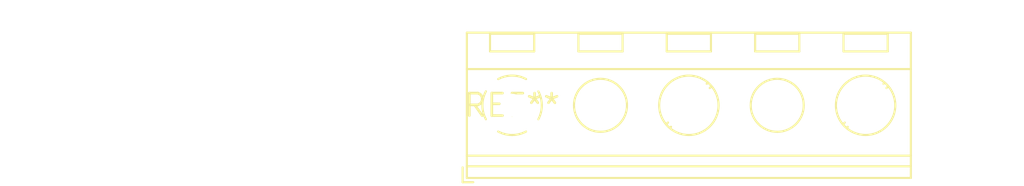
<source format=kicad_pcb>
(kicad_pcb (version 20240108) (generator pcbnew)
  (layers (0 "F.Cu" signal) (31 "B.Cu" signal) (34 "B.Paste" user) (35 "F.Paste" user) (36 "B.SilkS" user "B.Silkscreen") (37 "F.SilkS" user "F.Silkscreen") (38 "B.Mask" user) (39 "F.Mask" user) (44 "Edge.Cuts" user))
  (net 0 "")
  (footprint "TerminalBlock_RND_205-00299_1x03_P10.00mm_Horizontal" (layer "F.Cu") (at 0 0)
    (property "Reference" "REF**")
    (property "Value" "TerminalBlock_RND_205-00299_1x03_P10.00mm_Horizontal")
    (fp_line (start -2.8 3.51) (end -2.8 4.35) (layer "F.SilkS") (stroke (width 0.12)))
    (fp_line (start -2.8 4.35) (end -2.2 4.35) (layer "F.SilkS") (stroke (width 0.12)))
    (fp_line (start -2.56 -4.11) (end -2.56 4.11) (layer "F.SilkS") (stroke (width 0.12)))
    (fp_line (start -2.56 -4.11) (end 22.56 -4.11) (layer "F.SilkS") (stroke (width 0.12)))
    (fp_line (start -2.56 -2.05) (end 22.56 -2.05) (layer "F.SilkS") (stroke (width 0.12)))
    (fp_line (start -2.56 2.85) (end 22.56 2.85) (layer "F.SilkS") (stroke (width 0.12)))
    (fp_line (start -2.56 3.45) (end 22.56 3.45) (layer "F.SilkS") (stroke (width 0.12)))
    (fp_line (start -2.56 4.11) (end 22.56 4.11) (layer "F.SilkS") (stroke (width 0.12)))
    (fp_line (start -1.25 -4.05) (end -1.25 -3.05) (layer "F.SilkS") (stroke (width 0.12)))
    (fp_line (start -1.25 -4.05) (end 1.25 -4.05) (layer "F.SilkS") (stroke (width 0.12)))
    (fp_line (start -1.25 -3.05) (end 1.25 -3.05) (layer "F.SilkS") (stroke (width 0.12)))
    (fp_line (start 1.25 -4.05) (end 1.25 -3.05) (layer "F.SilkS") (stroke (width 0.12)))
    (fp_line (start 3.75 -4.05) (end 3.75 -3.05) (layer "F.SilkS") (stroke (width 0.12)))
    (fp_line (start 3.75 -4.05) (end 6.25 -4.05) (layer "F.SilkS") (stroke (width 0.12)))
    (fp_line (start 3.75 -3.05) (end 6.25 -3.05) (layer "F.SilkS") (stroke (width 0.12)))
    (fp_line (start 6.25 -4.05) (end 6.25 -3.05) (layer "F.SilkS") (stroke (width 0.12)))
    (fp_line (start 8.75 -4.05) (end 8.75 -3.05) (layer "F.SilkS") (stroke (width 0.12)))
    (fp_line (start 8.75 -4.05) (end 11.25 -4.05) (layer "F.SilkS") (stroke (width 0.12)))
    (fp_line (start 8.75 -3.05) (end 11.25 -3.05) (layer "F.SilkS") (stroke (width 0.12)))
    (fp_line (start 8.82 0.976) (end 8.726 1.069) (layer "F.SilkS") (stroke (width 0.12)))
    (fp_line (start 8.99 1.216) (end 8.931 1.274) (layer "F.SilkS") (stroke (width 0.12)))
    (fp_line (start 11.07 -1.275) (end 11.011 -1.216) (layer "F.SilkS") (stroke (width 0.12)))
    (fp_line (start 11.25 -4.05) (end 11.25 -3.05) (layer "F.SilkS") (stroke (width 0.12)))
    (fp_line (start 11.275 -1.069) (end 11.181 -0.976) (layer "F.SilkS") (stroke (width 0.12)))
    (fp_line (start 13.75 -4.05) (end 13.75 -3.05) (layer "F.SilkS") (stroke (width 0.12)))
    (fp_line (start 13.75 -4.05) (end 16.25 -4.05) (layer "F.SilkS") (stroke (width 0.12)))
    (fp_line (start 13.75 -3.05) (end 16.25 -3.05) (layer "F.SilkS") (stroke (width 0.12)))
    (fp_line (start 16.25 -4.05) (end 16.25 -3.05) (layer "F.SilkS") (stroke (width 0.12)))
    (fp_line (start 18.75 -4.05) (end 18.75 -3.05) (layer "F.SilkS") (stroke (width 0.12)))
    (fp_line (start 18.75 -4.05) (end 21.25 -4.05) (layer "F.SilkS") (stroke (width 0.12)))
    (fp_line (start 18.75 -3.05) (end 21.25 -3.05) (layer "F.SilkS") (stroke (width 0.12)))
    (fp_line (start 18.82 0.976) (end 18.726 1.069) (layer "F.SilkS") (stroke (width 0.12)))
    (fp_line (start 18.99 1.216) (end 18.931 1.274) (layer "F.SilkS") (stroke (width 0.12)))
    (fp_line (start 21.07 -1.275) (end 21.011 -1.216) (layer "F.SilkS") (stroke (width 0.12)))
    (fp_line (start 21.25 -4.05) (end 21.25 -3.05) (layer "F.SilkS") (stroke (width 0.12)))
    (fp_line (start 21.275 -1.069) (end 21.181 -0.976) (layer "F.SilkS") (stroke (width 0.12)))
    (fp_line (start 22.56 -4.11) (end 22.56 4.11) (layer "F.SilkS") (stroke (width 0.12)))
    (fp_arc (start -1.483953 0.789089) (mid -1.680708 5e-05) (end -1.484 -0.789) (layer "F.SilkS") (stroke (width 0.12)))
    (fp_arc (start -0.789089 -1.483953) (mid -5e-05 -1.680708) (end 0.789 -1.484) (layer "F.SilkS") (stroke (width 0.12)))
    (fp_arc (start 0.029383 1.68045) (mid -0.392304 1.634281) (end -0.789 1.484) (layer "F.SilkS") (stroke (width 0.12)))
    (fp_arc (start 0.788712 1.483352) (mid 0.406429 1.630097) (end 0 1.68) (layer "F.SilkS") (stroke (width 0.12)))
    (fp_arc (start 1.483953 -0.789089) (mid 1.680708 -5e-05) (end 1.484 0.789) (layer "F.SilkS") (stroke (width 0.12)))
    (fp_circle (center 5 0) (end 6.5 0) (layer "F.SilkS") (stroke (width 0.12)) (fill none))
    (fp_circle (center 10 0) (end 11.68 0) (layer "F.SilkS") (stroke (width 0.12)) (fill none))
    (fp_circle (center 15 0) (end 16.5 0) (layer "F.SilkS") (stroke (width 0.12)) (fill none))
    (fp_circle (center 20 0) (end 21.68 0) (layer "F.SilkS") (stroke (width 0.12)) (fill none))
    (pad "1" thru_hole rect (at 0 0) (size 2.5 2.5) (drill 1.3) (layers *.Cu *.Mask) (remove_unused_layers))
    (pad "2" thru_hole circle (at 10 0) (size 2.5 2.5) (drill 1.3) (layers *.Cu *.Mask) (remove_unused_layers))
    (pad "3" thru_hole circle (at 20 0) (size 2.5 2.5) (drill 1.3) (layers *.Cu *.Mask) (remove_unused_layers))
  )
)
</source>
